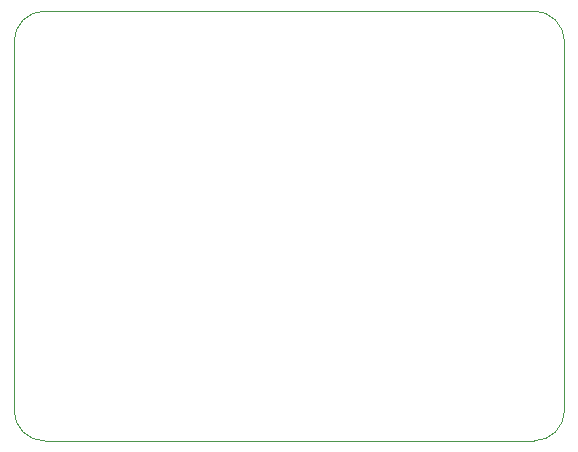
<source format=gbr>
%TF.GenerationSoftware,KiCad,Pcbnew,9.0.4*%
%TF.CreationDate,2025-09-14T23:12:39-04:00*%
%TF.ProjectId,rotour_v2,726f746f-7572-45f7-9632-2e6b69636164,20250913A*%
%TF.SameCoordinates,Original*%
%TF.FileFunction,Profile,NP*%
%FSLAX46Y46*%
G04 Gerber Fmt 4.6, Leading zero omitted, Abs format (unit mm)*
G04 Created by KiCad (PCBNEW 9.0.4) date 2025-09-14 23:12:39*
%MOMM*%
%LPD*%
G01*
G04 APERTURE LIST*
%TA.AperFunction,Profile*%
%ADD10C,0.050000*%
%TD*%
G04 APERTURE END LIST*
D10*
X161000000Y-128400000D02*
X161000000Y-97200000D01*
X163600000Y-131000000D02*
G75*
G02*
X161000000Y-128400000I0J2600000D01*
G01*
X161000000Y-97200000D02*
G75*
G02*
X163600000Y-94600000I2600000J0D01*
G01*
X205000000Y-94600000D02*
G75*
G02*
X207600000Y-97200000I0J-2600000D01*
G01*
X205000000Y-131000000D02*
X163600000Y-131000000D01*
X207600000Y-97200000D02*
X207600000Y-128400000D01*
X163600000Y-94600000D02*
X205000000Y-94600000D01*
X207600000Y-128400000D02*
G75*
G02*
X205000000Y-131000000I-2600000J0D01*
G01*
M02*

</source>
